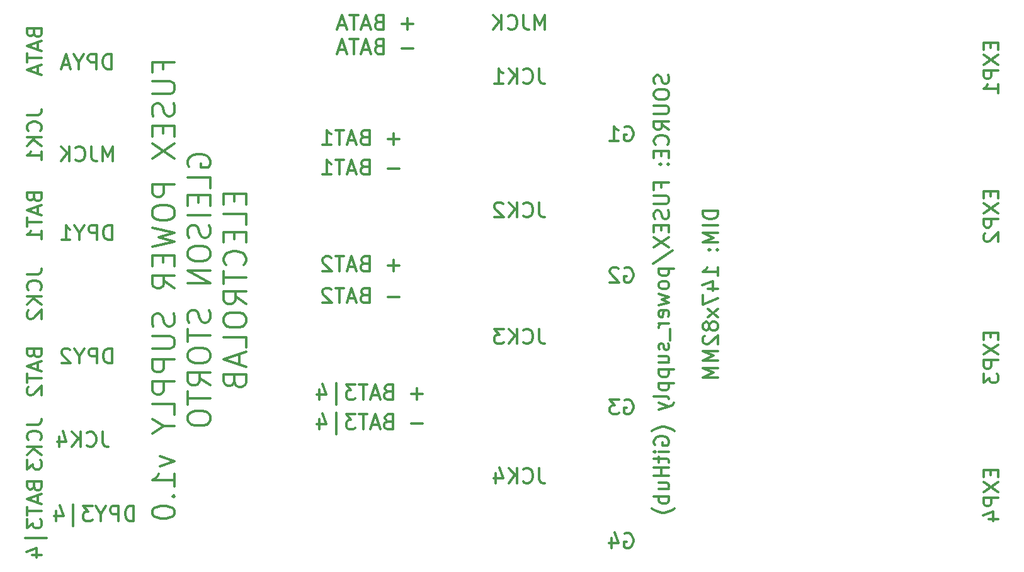
<source format=gbr>
G04 #@! TF.FileFunction,Legend,Bot*
%FSLAX46Y46*%
G04 Gerber Fmt 4.6, Leading zero omitted, Abs format (unit mm)*
G04 Created by KiCad (PCBNEW 4.0.7-e2-6376~58~ubuntu16.04.1) date Wed May  2 00:30:32 2018*
%MOMM*%
%LPD*%
G01*
G04 APERTURE LIST*
%ADD10C,0.100000*%
%ADD11C,0.300000*%
G04 APERTURE END LIST*
D10*
D11*
X158509524Y-60523808D02*
X158604762Y-60809523D01*
X158604762Y-61285713D01*
X158509524Y-61476189D01*
X158414286Y-61571427D01*
X158223810Y-61666666D01*
X158033333Y-61666666D01*
X157842857Y-61571427D01*
X157747619Y-61476189D01*
X157652381Y-61285713D01*
X157557143Y-60904761D01*
X157461905Y-60714285D01*
X157366667Y-60619046D01*
X157176190Y-60523808D01*
X156985714Y-60523808D01*
X156795238Y-60619046D01*
X156700000Y-60714285D01*
X156604762Y-60904761D01*
X156604762Y-61380951D01*
X156700000Y-61666666D01*
X156604762Y-62904761D02*
X156604762Y-63285713D01*
X156700000Y-63476189D01*
X156890476Y-63666666D01*
X157271429Y-63761904D01*
X157938095Y-63761904D01*
X158319048Y-63666666D01*
X158509524Y-63476189D01*
X158604762Y-63285713D01*
X158604762Y-62904761D01*
X158509524Y-62714285D01*
X158319048Y-62523808D01*
X157938095Y-62428570D01*
X157271429Y-62428570D01*
X156890476Y-62523808D01*
X156700000Y-62714285D01*
X156604762Y-62904761D01*
X156604762Y-64619046D02*
X158223810Y-64619046D01*
X158414286Y-64714285D01*
X158509524Y-64809523D01*
X158604762Y-64999999D01*
X158604762Y-65380951D01*
X158509524Y-65571427D01*
X158414286Y-65666666D01*
X158223810Y-65761904D01*
X156604762Y-65761904D01*
X158604762Y-67857142D02*
X157652381Y-67190475D01*
X158604762Y-66714284D02*
X156604762Y-66714284D01*
X156604762Y-67476189D01*
X156700000Y-67666665D01*
X156795238Y-67761904D01*
X156985714Y-67857142D01*
X157271429Y-67857142D01*
X157461905Y-67761904D01*
X157557143Y-67666665D01*
X157652381Y-67476189D01*
X157652381Y-66714284D01*
X158414286Y-69857142D02*
X158509524Y-69761904D01*
X158604762Y-69476189D01*
X158604762Y-69285713D01*
X158509524Y-68999999D01*
X158319048Y-68809523D01*
X158128571Y-68714284D01*
X157747619Y-68619046D01*
X157461905Y-68619046D01*
X157080952Y-68714284D01*
X156890476Y-68809523D01*
X156700000Y-68999999D01*
X156604762Y-69285713D01*
X156604762Y-69476189D01*
X156700000Y-69761904D01*
X156795238Y-69857142D01*
X157557143Y-70714284D02*
X157557143Y-71380951D01*
X158604762Y-71666665D02*
X158604762Y-70714284D01*
X156604762Y-70714284D01*
X156604762Y-71666665D01*
X158414286Y-72523808D02*
X158509524Y-72619047D01*
X158604762Y-72523808D01*
X158509524Y-72428570D01*
X158414286Y-72523808D01*
X158604762Y-72523808D01*
X157366667Y-72523808D02*
X157461905Y-72619047D01*
X157557143Y-72523808D01*
X157461905Y-72428570D01*
X157366667Y-72523808D01*
X157557143Y-72523808D01*
X157557143Y-75666666D02*
X157557143Y-74999999D01*
X158604762Y-74999999D02*
X156604762Y-74999999D01*
X156604762Y-75952380D01*
X156604762Y-76714285D02*
X158223810Y-76714285D01*
X158414286Y-76809524D01*
X158509524Y-76904762D01*
X158604762Y-77095238D01*
X158604762Y-77476190D01*
X158509524Y-77666666D01*
X158414286Y-77761905D01*
X158223810Y-77857143D01*
X156604762Y-77857143D01*
X158509524Y-78714285D02*
X158604762Y-79000000D01*
X158604762Y-79476190D01*
X158509524Y-79666666D01*
X158414286Y-79761904D01*
X158223810Y-79857143D01*
X158033333Y-79857143D01*
X157842857Y-79761904D01*
X157747619Y-79666666D01*
X157652381Y-79476190D01*
X157557143Y-79095238D01*
X157461905Y-78904762D01*
X157366667Y-78809523D01*
X157176190Y-78714285D01*
X156985714Y-78714285D01*
X156795238Y-78809523D01*
X156700000Y-78904762D01*
X156604762Y-79095238D01*
X156604762Y-79571428D01*
X156700000Y-79857143D01*
X157557143Y-80714285D02*
X157557143Y-81380952D01*
X158604762Y-81666666D02*
X158604762Y-80714285D01*
X156604762Y-80714285D01*
X156604762Y-81666666D01*
X156604762Y-82333333D02*
X158604762Y-83666667D01*
X156604762Y-83666667D02*
X158604762Y-82333333D01*
X156509524Y-85857143D02*
X159080952Y-84142857D01*
X157271429Y-86523809D02*
X159271429Y-86523809D01*
X157366667Y-86523809D02*
X157271429Y-86714286D01*
X157271429Y-87095238D01*
X157366667Y-87285714D01*
X157461905Y-87380952D01*
X157652381Y-87476190D01*
X158223810Y-87476190D01*
X158414286Y-87380952D01*
X158509524Y-87285714D01*
X158604762Y-87095238D01*
X158604762Y-86714286D01*
X158509524Y-86523809D01*
X158604762Y-88619048D02*
X158509524Y-88428572D01*
X158414286Y-88333333D01*
X158223810Y-88238095D01*
X157652381Y-88238095D01*
X157461905Y-88333333D01*
X157366667Y-88428572D01*
X157271429Y-88619048D01*
X157271429Y-88904762D01*
X157366667Y-89095238D01*
X157461905Y-89190476D01*
X157652381Y-89285714D01*
X158223810Y-89285714D01*
X158414286Y-89190476D01*
X158509524Y-89095238D01*
X158604762Y-88904762D01*
X158604762Y-88619048D01*
X157271429Y-89952381D02*
X158604762Y-90333334D01*
X157652381Y-90714286D01*
X158604762Y-91095238D01*
X157271429Y-91476191D01*
X158509524Y-93000000D02*
X158604762Y-92809524D01*
X158604762Y-92428572D01*
X158509524Y-92238095D01*
X158319048Y-92142857D01*
X157557143Y-92142857D01*
X157366667Y-92238095D01*
X157271429Y-92428572D01*
X157271429Y-92809524D01*
X157366667Y-93000000D01*
X157557143Y-93095238D01*
X157747619Y-93095238D01*
X157938095Y-92142857D01*
X158604762Y-93952381D02*
X157271429Y-93952381D01*
X157652381Y-93952381D02*
X157461905Y-94047620D01*
X157366667Y-94142858D01*
X157271429Y-94333334D01*
X157271429Y-94523810D01*
X158795238Y-94714286D02*
X158795238Y-96238096D01*
X158509524Y-96619048D02*
X158604762Y-96809525D01*
X158604762Y-97190477D01*
X158509524Y-97380953D01*
X158319048Y-97476191D01*
X158223810Y-97476191D01*
X158033333Y-97380953D01*
X157938095Y-97190477D01*
X157938095Y-96904763D01*
X157842857Y-96714286D01*
X157652381Y-96619048D01*
X157557143Y-96619048D01*
X157366667Y-96714286D01*
X157271429Y-96904763D01*
X157271429Y-97190477D01*
X157366667Y-97380953D01*
X157271429Y-99190477D02*
X158604762Y-99190477D01*
X157271429Y-98333334D02*
X158319048Y-98333334D01*
X158509524Y-98428573D01*
X158604762Y-98619049D01*
X158604762Y-98904763D01*
X158509524Y-99095239D01*
X158414286Y-99190477D01*
X157271429Y-100142858D02*
X159271429Y-100142858D01*
X157366667Y-100142858D02*
X157271429Y-100333335D01*
X157271429Y-100714287D01*
X157366667Y-100904763D01*
X157461905Y-101000001D01*
X157652381Y-101095239D01*
X158223810Y-101095239D01*
X158414286Y-101000001D01*
X158509524Y-100904763D01*
X158604762Y-100714287D01*
X158604762Y-100333335D01*
X158509524Y-100142858D01*
X157271429Y-101952382D02*
X159271429Y-101952382D01*
X157366667Y-101952382D02*
X157271429Y-102142859D01*
X157271429Y-102523811D01*
X157366667Y-102714287D01*
X157461905Y-102809525D01*
X157652381Y-102904763D01*
X158223810Y-102904763D01*
X158414286Y-102809525D01*
X158509524Y-102714287D01*
X158604762Y-102523811D01*
X158604762Y-102142859D01*
X158509524Y-101952382D01*
X158604762Y-104047621D02*
X158509524Y-103857145D01*
X158319048Y-103761906D01*
X156604762Y-103761906D01*
X157271429Y-104619049D02*
X158604762Y-105095240D01*
X157271429Y-105571430D02*
X158604762Y-105095240D01*
X159080952Y-104904764D01*
X159176190Y-104809525D01*
X159271429Y-104619049D01*
X159366667Y-108428574D02*
X159271429Y-108333336D01*
X158985714Y-108142860D01*
X158795238Y-108047622D01*
X158509524Y-107952384D01*
X158033333Y-107857145D01*
X157652381Y-107857145D01*
X157176190Y-107952384D01*
X156890476Y-108047622D01*
X156700000Y-108142860D01*
X156414286Y-108333336D01*
X156319048Y-108428574D01*
X156700000Y-110238098D02*
X156604762Y-110047621D01*
X156604762Y-109761907D01*
X156700000Y-109476193D01*
X156890476Y-109285717D01*
X157080952Y-109190478D01*
X157461905Y-109095240D01*
X157747619Y-109095240D01*
X158128571Y-109190478D01*
X158319048Y-109285717D01*
X158509524Y-109476193D01*
X158604762Y-109761907D01*
X158604762Y-109952383D01*
X158509524Y-110238098D01*
X158414286Y-110333336D01*
X157747619Y-110333336D01*
X157747619Y-109952383D01*
X158604762Y-111190478D02*
X157271429Y-111190478D01*
X156604762Y-111190478D02*
X156700000Y-111095240D01*
X156795238Y-111190478D01*
X156700000Y-111285717D01*
X156604762Y-111190478D01*
X156795238Y-111190478D01*
X157271429Y-111857145D02*
X157271429Y-112619050D01*
X156604762Y-112142859D02*
X158319048Y-112142859D01*
X158509524Y-112238098D01*
X158604762Y-112428574D01*
X158604762Y-112619050D01*
X158604762Y-113285716D02*
X156604762Y-113285716D01*
X157557143Y-113285716D02*
X157557143Y-114428574D01*
X158604762Y-114428574D02*
X156604762Y-114428574D01*
X157271429Y-116238097D02*
X158604762Y-116238097D01*
X157271429Y-115380954D02*
X158319048Y-115380954D01*
X158509524Y-115476193D01*
X158604762Y-115666669D01*
X158604762Y-115952383D01*
X158509524Y-116142859D01*
X158414286Y-116238097D01*
X158604762Y-117190478D02*
X156604762Y-117190478D01*
X157366667Y-117190478D02*
X157271429Y-117380955D01*
X157271429Y-117761907D01*
X157366667Y-117952383D01*
X157461905Y-118047621D01*
X157652381Y-118142859D01*
X158223810Y-118142859D01*
X158414286Y-118047621D01*
X158509524Y-117952383D01*
X158604762Y-117761907D01*
X158604762Y-117380955D01*
X158509524Y-117190478D01*
X159366667Y-118809526D02*
X159271429Y-118904764D01*
X158985714Y-119095241D01*
X158795238Y-119190479D01*
X158509524Y-119285717D01*
X158033333Y-119380955D01*
X157652381Y-119380955D01*
X157176190Y-119285717D01*
X156890476Y-119190479D01*
X156700000Y-119095241D01*
X156414286Y-118904764D01*
X156319048Y-118809526D01*
X165204762Y-78761904D02*
X163204762Y-78761904D01*
X163204762Y-79238095D01*
X163300000Y-79523809D01*
X163490476Y-79714285D01*
X163680952Y-79809524D01*
X164061905Y-79904762D01*
X164347619Y-79904762D01*
X164728571Y-79809524D01*
X164919048Y-79714285D01*
X165109524Y-79523809D01*
X165204762Y-79238095D01*
X165204762Y-78761904D01*
X165204762Y-80761904D02*
X163204762Y-80761904D01*
X165204762Y-81714285D02*
X163204762Y-81714285D01*
X164633333Y-82380952D01*
X163204762Y-83047619D01*
X165204762Y-83047619D01*
X165014286Y-83999999D02*
X165109524Y-84095238D01*
X165204762Y-83999999D01*
X165109524Y-83904761D01*
X165014286Y-83999999D01*
X165204762Y-83999999D01*
X163966667Y-83999999D02*
X164061905Y-84095238D01*
X164157143Y-83999999D01*
X164061905Y-83904761D01*
X163966667Y-83999999D01*
X164157143Y-83999999D01*
X165204762Y-87523810D02*
X165204762Y-86380952D01*
X165204762Y-86952381D02*
X163204762Y-86952381D01*
X163490476Y-86761905D01*
X163680952Y-86571429D01*
X163776190Y-86380952D01*
X163871429Y-89238095D02*
X165204762Y-89238095D01*
X163109524Y-88761905D02*
X164538095Y-88285714D01*
X164538095Y-89523810D01*
X163204762Y-90095238D02*
X163204762Y-91428572D01*
X165204762Y-90571429D01*
X165204762Y-92000000D02*
X163871429Y-93047619D01*
X163871429Y-92000000D02*
X165204762Y-93047619D01*
X164061905Y-94095239D02*
X163966667Y-93904763D01*
X163871429Y-93809524D01*
X163680952Y-93714286D01*
X163585714Y-93714286D01*
X163395238Y-93809524D01*
X163300000Y-93904763D01*
X163204762Y-94095239D01*
X163204762Y-94476191D01*
X163300000Y-94666667D01*
X163395238Y-94761905D01*
X163585714Y-94857144D01*
X163680952Y-94857144D01*
X163871429Y-94761905D01*
X163966667Y-94666667D01*
X164061905Y-94476191D01*
X164061905Y-94095239D01*
X164157143Y-93904763D01*
X164252381Y-93809524D01*
X164442857Y-93714286D01*
X164823810Y-93714286D01*
X165014286Y-93809524D01*
X165109524Y-93904763D01*
X165204762Y-94095239D01*
X165204762Y-94476191D01*
X165109524Y-94666667D01*
X165014286Y-94761905D01*
X164823810Y-94857144D01*
X164442857Y-94857144D01*
X164252381Y-94761905D01*
X164157143Y-94666667D01*
X164061905Y-94476191D01*
X163395238Y-95619048D02*
X163300000Y-95714286D01*
X163204762Y-95904763D01*
X163204762Y-96380953D01*
X163300000Y-96571429D01*
X163395238Y-96666667D01*
X163585714Y-96761906D01*
X163776190Y-96761906D01*
X164061905Y-96666667D01*
X165204762Y-95523810D01*
X165204762Y-96761906D01*
X165204762Y-97619048D02*
X163204762Y-97619048D01*
X164633333Y-98285715D01*
X163204762Y-98952382D01*
X165204762Y-98952382D01*
X165204762Y-99904762D02*
X163204762Y-99904762D01*
X164633333Y-100571429D01*
X163204762Y-101238096D01*
X165204762Y-101238096D01*
X141166667Y-113404762D02*
X141166667Y-114833333D01*
X141261905Y-115119048D01*
X141452381Y-115309524D01*
X141738096Y-115404762D01*
X141928572Y-115404762D01*
X139071428Y-115214286D02*
X139166666Y-115309524D01*
X139452381Y-115404762D01*
X139642857Y-115404762D01*
X139928571Y-115309524D01*
X140119047Y-115119048D01*
X140214286Y-114928571D01*
X140309524Y-114547619D01*
X140309524Y-114261905D01*
X140214286Y-113880952D01*
X140119047Y-113690476D01*
X139928571Y-113500000D01*
X139642857Y-113404762D01*
X139452381Y-113404762D01*
X139166666Y-113500000D01*
X139071428Y-113595238D01*
X138214286Y-115404762D02*
X138214286Y-113404762D01*
X137071428Y-115404762D02*
X137928571Y-114261905D01*
X137071428Y-113404762D02*
X138214286Y-114547619D01*
X135357143Y-114071429D02*
X135357143Y-115404762D01*
X135833333Y-113309524D02*
X136309524Y-114738095D01*
X135071428Y-114738095D01*
X141166667Y-94654762D02*
X141166667Y-96083333D01*
X141261905Y-96369048D01*
X141452381Y-96559524D01*
X141738096Y-96654762D01*
X141928572Y-96654762D01*
X139071428Y-96464286D02*
X139166666Y-96559524D01*
X139452381Y-96654762D01*
X139642857Y-96654762D01*
X139928571Y-96559524D01*
X140119047Y-96369048D01*
X140214286Y-96178571D01*
X140309524Y-95797619D01*
X140309524Y-95511905D01*
X140214286Y-95130952D01*
X140119047Y-94940476D01*
X139928571Y-94750000D01*
X139642857Y-94654762D01*
X139452381Y-94654762D01*
X139166666Y-94750000D01*
X139071428Y-94845238D01*
X138214286Y-96654762D02*
X138214286Y-94654762D01*
X137071428Y-96654762D02*
X137928571Y-95511905D01*
X137071428Y-94654762D02*
X138214286Y-95797619D01*
X136404762Y-94654762D02*
X135166666Y-94654762D01*
X135833333Y-95416667D01*
X135547619Y-95416667D01*
X135357143Y-95511905D01*
X135261905Y-95607143D01*
X135166666Y-95797619D01*
X135166666Y-96273810D01*
X135261905Y-96464286D01*
X135357143Y-96559524D01*
X135547619Y-96654762D01*
X136119047Y-96654762D01*
X136309524Y-96559524D01*
X136404762Y-96464286D01*
X141166667Y-77654762D02*
X141166667Y-79083333D01*
X141261905Y-79369048D01*
X141452381Y-79559524D01*
X141738096Y-79654762D01*
X141928572Y-79654762D01*
X139071428Y-79464286D02*
X139166666Y-79559524D01*
X139452381Y-79654762D01*
X139642857Y-79654762D01*
X139928571Y-79559524D01*
X140119047Y-79369048D01*
X140214286Y-79178571D01*
X140309524Y-78797619D01*
X140309524Y-78511905D01*
X140214286Y-78130952D01*
X140119047Y-77940476D01*
X139928571Y-77750000D01*
X139642857Y-77654762D01*
X139452381Y-77654762D01*
X139166666Y-77750000D01*
X139071428Y-77845238D01*
X138214286Y-79654762D02*
X138214286Y-77654762D01*
X137071428Y-79654762D02*
X137928571Y-78511905D01*
X137071428Y-77654762D02*
X138214286Y-78797619D01*
X136309524Y-77845238D02*
X136214286Y-77750000D01*
X136023809Y-77654762D01*
X135547619Y-77654762D01*
X135357143Y-77750000D01*
X135261905Y-77845238D01*
X135166666Y-78035714D01*
X135166666Y-78226190D01*
X135261905Y-78511905D01*
X136404762Y-79654762D01*
X135166666Y-79654762D01*
X141166667Y-59654762D02*
X141166667Y-61083333D01*
X141261905Y-61369048D01*
X141452381Y-61559524D01*
X141738096Y-61654762D01*
X141928572Y-61654762D01*
X139071428Y-61464286D02*
X139166666Y-61559524D01*
X139452381Y-61654762D01*
X139642857Y-61654762D01*
X139928571Y-61559524D01*
X140119047Y-61369048D01*
X140214286Y-61178571D01*
X140309524Y-60797619D01*
X140309524Y-60511905D01*
X140214286Y-60130952D01*
X140119047Y-59940476D01*
X139928571Y-59750000D01*
X139642857Y-59654762D01*
X139452381Y-59654762D01*
X139166666Y-59750000D01*
X139071428Y-59845238D01*
X138214286Y-61654762D02*
X138214286Y-59654762D01*
X137071428Y-61654762D02*
X137928571Y-60511905D01*
X137071428Y-59654762D02*
X138214286Y-60797619D01*
X135166666Y-61654762D02*
X136309524Y-61654762D01*
X135738095Y-61654762D02*
X135738095Y-59654762D01*
X135928571Y-59940476D01*
X136119047Y-60130952D01*
X136309524Y-60226190D01*
X141928572Y-54404762D02*
X141928572Y-52404762D01*
X141261905Y-53833333D01*
X140595238Y-52404762D01*
X140595238Y-54404762D01*
X139071429Y-52404762D02*
X139071429Y-53833333D01*
X139166667Y-54119048D01*
X139357143Y-54309524D01*
X139642858Y-54404762D01*
X139833334Y-54404762D01*
X136976190Y-54214286D02*
X137071428Y-54309524D01*
X137357143Y-54404762D01*
X137547619Y-54404762D01*
X137833333Y-54309524D01*
X138023809Y-54119048D01*
X138119048Y-53928571D01*
X138214286Y-53547619D01*
X138214286Y-53261905D01*
X138119048Y-52880952D01*
X138023809Y-52690476D01*
X137833333Y-52500000D01*
X137547619Y-52404762D01*
X137357143Y-52404762D01*
X137071428Y-52500000D01*
X136976190Y-52595238D01*
X136119048Y-54404762D02*
X136119048Y-52404762D01*
X134976190Y-54404762D02*
X135833333Y-53261905D01*
X134976190Y-52404762D02*
X136119048Y-53547619D01*
X152678571Y-122250000D02*
X152869048Y-122154762D01*
X153154762Y-122154762D01*
X153440476Y-122250000D01*
X153630952Y-122440476D01*
X153726191Y-122630952D01*
X153821429Y-123011905D01*
X153821429Y-123297619D01*
X153726191Y-123678571D01*
X153630952Y-123869048D01*
X153440476Y-124059524D01*
X153154762Y-124154762D01*
X152964286Y-124154762D01*
X152678571Y-124059524D01*
X152583333Y-123964286D01*
X152583333Y-123297619D01*
X152964286Y-123297619D01*
X150869048Y-122821429D02*
X150869048Y-124154762D01*
X151345238Y-122059524D02*
X151821429Y-123488095D01*
X150583333Y-123488095D01*
X152678571Y-104250000D02*
X152869048Y-104154762D01*
X153154762Y-104154762D01*
X153440476Y-104250000D01*
X153630952Y-104440476D01*
X153726191Y-104630952D01*
X153821429Y-105011905D01*
X153821429Y-105297619D01*
X153726191Y-105678571D01*
X153630952Y-105869048D01*
X153440476Y-106059524D01*
X153154762Y-106154762D01*
X152964286Y-106154762D01*
X152678571Y-106059524D01*
X152583333Y-105964286D01*
X152583333Y-105297619D01*
X152964286Y-105297619D01*
X151916667Y-104154762D02*
X150678571Y-104154762D01*
X151345238Y-104916667D01*
X151059524Y-104916667D01*
X150869048Y-105011905D01*
X150773810Y-105107143D01*
X150678571Y-105297619D01*
X150678571Y-105773810D01*
X150773810Y-105964286D01*
X150869048Y-106059524D01*
X151059524Y-106154762D01*
X151630952Y-106154762D01*
X151821429Y-106059524D01*
X151916667Y-105964286D01*
X152678571Y-86500000D02*
X152869048Y-86404762D01*
X153154762Y-86404762D01*
X153440476Y-86500000D01*
X153630952Y-86690476D01*
X153726191Y-86880952D01*
X153821429Y-87261905D01*
X153821429Y-87547619D01*
X153726191Y-87928571D01*
X153630952Y-88119048D01*
X153440476Y-88309524D01*
X153154762Y-88404762D01*
X152964286Y-88404762D01*
X152678571Y-88309524D01*
X152583333Y-88214286D01*
X152583333Y-87547619D01*
X152964286Y-87547619D01*
X151821429Y-86595238D02*
X151726191Y-86500000D01*
X151535714Y-86404762D01*
X151059524Y-86404762D01*
X150869048Y-86500000D01*
X150773810Y-86595238D01*
X150678571Y-86785714D01*
X150678571Y-86976190D01*
X150773810Y-87261905D01*
X151916667Y-88404762D01*
X150678571Y-88404762D01*
X152678571Y-67500000D02*
X152869048Y-67404762D01*
X153154762Y-67404762D01*
X153440476Y-67500000D01*
X153630952Y-67690476D01*
X153726191Y-67880952D01*
X153821429Y-68261905D01*
X153821429Y-68547619D01*
X153726191Y-68928571D01*
X153630952Y-69119048D01*
X153440476Y-69309524D01*
X153154762Y-69404762D01*
X152964286Y-69404762D01*
X152678571Y-69309524D01*
X152583333Y-69214286D01*
X152583333Y-68547619D01*
X152964286Y-68547619D01*
X150678571Y-69404762D02*
X151821429Y-69404762D01*
X151250000Y-69404762D02*
X151250000Y-67404762D01*
X151440476Y-67690476D01*
X151630952Y-67880952D01*
X151821429Y-67976190D01*
X124250001Y-56892857D02*
X122726191Y-56892857D01*
X119583334Y-56607143D02*
X119297620Y-56702381D01*
X119202381Y-56797619D01*
X119107143Y-56988095D01*
X119107143Y-57273810D01*
X119202381Y-57464286D01*
X119297620Y-57559524D01*
X119488096Y-57654762D01*
X120250001Y-57654762D01*
X120250001Y-55654762D01*
X119583334Y-55654762D01*
X119392858Y-55750000D01*
X119297620Y-55845238D01*
X119202381Y-56035714D01*
X119202381Y-56226190D01*
X119297620Y-56416667D01*
X119392858Y-56511905D01*
X119583334Y-56607143D01*
X120250001Y-56607143D01*
X118345239Y-57083333D02*
X117392858Y-57083333D01*
X118535715Y-57654762D02*
X117869048Y-55654762D01*
X117202381Y-57654762D01*
X116821429Y-55654762D02*
X115678572Y-55654762D01*
X116250000Y-57654762D02*
X116250000Y-55654762D01*
X115107143Y-57083333D02*
X114154762Y-57083333D01*
X115297619Y-57654762D02*
X114630952Y-55654762D01*
X113964285Y-57654762D01*
X124250001Y-53642857D02*
X122726191Y-53642857D01*
X123488096Y-54404762D02*
X123488096Y-52880952D01*
X119583334Y-53357143D02*
X119297620Y-53452381D01*
X119202381Y-53547619D01*
X119107143Y-53738095D01*
X119107143Y-54023810D01*
X119202381Y-54214286D01*
X119297620Y-54309524D01*
X119488096Y-54404762D01*
X120250001Y-54404762D01*
X120250001Y-52404762D01*
X119583334Y-52404762D01*
X119392858Y-52500000D01*
X119297620Y-52595238D01*
X119202381Y-52785714D01*
X119202381Y-52976190D01*
X119297620Y-53166667D01*
X119392858Y-53261905D01*
X119583334Y-53357143D01*
X120250001Y-53357143D01*
X118345239Y-53833333D02*
X117392858Y-53833333D01*
X118535715Y-54404762D02*
X117869048Y-52404762D01*
X117202381Y-54404762D01*
X116821429Y-52404762D02*
X115678572Y-52404762D01*
X116250000Y-54404762D02*
X116250000Y-52404762D01*
X115107143Y-53833333D02*
X114154762Y-53833333D01*
X115297619Y-54404762D02*
X114630952Y-52404762D01*
X113964285Y-54404762D01*
X122345239Y-73142857D02*
X120821429Y-73142857D01*
X117678572Y-72857143D02*
X117392858Y-72952381D01*
X117297619Y-73047619D01*
X117202381Y-73238095D01*
X117202381Y-73523810D01*
X117297619Y-73714286D01*
X117392858Y-73809524D01*
X117583334Y-73904762D01*
X118345239Y-73904762D01*
X118345239Y-71904762D01*
X117678572Y-71904762D01*
X117488096Y-72000000D01*
X117392858Y-72095238D01*
X117297619Y-72285714D01*
X117297619Y-72476190D01*
X117392858Y-72666667D01*
X117488096Y-72761905D01*
X117678572Y-72857143D01*
X118345239Y-72857143D01*
X116440477Y-73333333D02*
X115488096Y-73333333D01*
X116630953Y-73904762D02*
X115964286Y-71904762D01*
X115297619Y-73904762D01*
X114916667Y-71904762D02*
X113773810Y-71904762D01*
X114345238Y-73904762D02*
X114345238Y-71904762D01*
X112059523Y-73904762D02*
X113202381Y-73904762D01*
X112630952Y-73904762D02*
X112630952Y-71904762D01*
X112821428Y-72190476D01*
X113011904Y-72380952D01*
X113202381Y-72476190D01*
X122345239Y-69142857D02*
X120821429Y-69142857D01*
X121583334Y-69904762D02*
X121583334Y-68380952D01*
X117678572Y-68857143D02*
X117392858Y-68952381D01*
X117297619Y-69047619D01*
X117202381Y-69238095D01*
X117202381Y-69523810D01*
X117297619Y-69714286D01*
X117392858Y-69809524D01*
X117583334Y-69904762D01*
X118345239Y-69904762D01*
X118345239Y-67904762D01*
X117678572Y-67904762D01*
X117488096Y-68000000D01*
X117392858Y-68095238D01*
X117297619Y-68285714D01*
X117297619Y-68476190D01*
X117392858Y-68666667D01*
X117488096Y-68761905D01*
X117678572Y-68857143D01*
X118345239Y-68857143D01*
X116440477Y-69333333D02*
X115488096Y-69333333D01*
X116630953Y-69904762D02*
X115964286Y-67904762D01*
X115297619Y-69904762D01*
X114916667Y-67904762D02*
X113773810Y-67904762D01*
X114345238Y-69904762D02*
X114345238Y-67904762D01*
X112059523Y-69904762D02*
X113202381Y-69904762D01*
X112630952Y-69904762D02*
X112630952Y-67904762D01*
X112821428Y-68190476D01*
X113011904Y-68380952D01*
X113202381Y-68476190D01*
X122345239Y-90392857D02*
X120821429Y-90392857D01*
X117678572Y-90107143D02*
X117392858Y-90202381D01*
X117297619Y-90297619D01*
X117202381Y-90488095D01*
X117202381Y-90773810D01*
X117297619Y-90964286D01*
X117392858Y-91059524D01*
X117583334Y-91154762D01*
X118345239Y-91154762D01*
X118345239Y-89154762D01*
X117678572Y-89154762D01*
X117488096Y-89250000D01*
X117392858Y-89345238D01*
X117297619Y-89535714D01*
X117297619Y-89726190D01*
X117392858Y-89916667D01*
X117488096Y-90011905D01*
X117678572Y-90107143D01*
X118345239Y-90107143D01*
X116440477Y-90583333D02*
X115488096Y-90583333D01*
X116630953Y-91154762D02*
X115964286Y-89154762D01*
X115297619Y-91154762D01*
X114916667Y-89154762D02*
X113773810Y-89154762D01*
X114345238Y-91154762D02*
X114345238Y-89154762D01*
X113202381Y-89345238D02*
X113107143Y-89250000D01*
X112916666Y-89154762D01*
X112440476Y-89154762D01*
X112250000Y-89250000D01*
X112154762Y-89345238D01*
X112059523Y-89535714D01*
X112059523Y-89726190D01*
X112154762Y-90011905D01*
X113297619Y-91154762D01*
X112059523Y-91154762D01*
X122345239Y-86142857D02*
X120821429Y-86142857D01*
X121583334Y-86904762D02*
X121583334Y-85380952D01*
X117678572Y-85857143D02*
X117392858Y-85952381D01*
X117297619Y-86047619D01*
X117202381Y-86238095D01*
X117202381Y-86523810D01*
X117297619Y-86714286D01*
X117392858Y-86809524D01*
X117583334Y-86904762D01*
X118345239Y-86904762D01*
X118345239Y-84904762D01*
X117678572Y-84904762D01*
X117488096Y-85000000D01*
X117392858Y-85095238D01*
X117297619Y-85285714D01*
X117297619Y-85476190D01*
X117392858Y-85666667D01*
X117488096Y-85761905D01*
X117678572Y-85857143D01*
X118345239Y-85857143D01*
X116440477Y-86333333D02*
X115488096Y-86333333D01*
X116630953Y-86904762D02*
X115964286Y-84904762D01*
X115297619Y-86904762D01*
X114916667Y-84904762D02*
X113773810Y-84904762D01*
X114345238Y-86904762D02*
X114345238Y-84904762D01*
X113202381Y-85095238D02*
X113107143Y-85000000D01*
X112916666Y-84904762D01*
X112440476Y-84904762D01*
X112250000Y-85000000D01*
X112154762Y-85095238D01*
X112059523Y-85285714D01*
X112059523Y-85476190D01*
X112154762Y-85761905D01*
X113297619Y-86904762D01*
X112059523Y-86904762D01*
X125500001Y-107392857D02*
X123976191Y-107392857D01*
X120833334Y-107107143D02*
X120547620Y-107202381D01*
X120452381Y-107297619D01*
X120357143Y-107488095D01*
X120357143Y-107773810D01*
X120452381Y-107964286D01*
X120547620Y-108059524D01*
X120738096Y-108154762D01*
X121500001Y-108154762D01*
X121500001Y-106154762D01*
X120833334Y-106154762D01*
X120642858Y-106250000D01*
X120547620Y-106345238D01*
X120452381Y-106535714D01*
X120452381Y-106726190D01*
X120547620Y-106916667D01*
X120642858Y-107011905D01*
X120833334Y-107107143D01*
X121500001Y-107107143D01*
X119595239Y-107583333D02*
X118642858Y-107583333D01*
X119785715Y-108154762D02*
X119119048Y-106154762D01*
X118452381Y-108154762D01*
X118071429Y-106154762D02*
X116928572Y-106154762D01*
X117500000Y-108154762D02*
X117500000Y-106154762D01*
X116452381Y-106154762D02*
X115214285Y-106154762D01*
X115880952Y-106916667D01*
X115595238Y-106916667D01*
X115404762Y-107011905D01*
X115309524Y-107107143D01*
X115214285Y-107297619D01*
X115214285Y-107773810D01*
X115309524Y-107964286D01*
X115404762Y-108059524D01*
X115595238Y-108154762D01*
X116166666Y-108154762D01*
X116357143Y-108059524D01*
X116452381Y-107964286D01*
X113880952Y-108821429D02*
X113880952Y-105964286D01*
X111595238Y-106821429D02*
X111595238Y-108154762D01*
X112071428Y-106059524D02*
X112547619Y-107488095D01*
X111309523Y-107488095D01*
X125500001Y-103392857D02*
X123976191Y-103392857D01*
X124738096Y-104154762D02*
X124738096Y-102630952D01*
X120833334Y-103107143D02*
X120547620Y-103202381D01*
X120452381Y-103297619D01*
X120357143Y-103488095D01*
X120357143Y-103773810D01*
X120452381Y-103964286D01*
X120547620Y-104059524D01*
X120738096Y-104154762D01*
X121500001Y-104154762D01*
X121500001Y-102154762D01*
X120833334Y-102154762D01*
X120642858Y-102250000D01*
X120547620Y-102345238D01*
X120452381Y-102535714D01*
X120452381Y-102726190D01*
X120547620Y-102916667D01*
X120642858Y-103011905D01*
X120833334Y-103107143D01*
X121500001Y-103107143D01*
X119595239Y-103583333D02*
X118642858Y-103583333D01*
X119785715Y-104154762D02*
X119119048Y-102154762D01*
X118452381Y-104154762D01*
X118071429Y-102154762D02*
X116928572Y-102154762D01*
X117500000Y-104154762D02*
X117500000Y-102154762D01*
X116452381Y-102154762D02*
X115214285Y-102154762D01*
X115880952Y-102916667D01*
X115595238Y-102916667D01*
X115404762Y-103011905D01*
X115309524Y-103107143D01*
X115214285Y-103297619D01*
X115214285Y-103773810D01*
X115309524Y-103964286D01*
X115404762Y-104059524D01*
X115595238Y-104154762D01*
X116166666Y-104154762D01*
X116357143Y-104059524D01*
X116452381Y-103964286D01*
X113880952Y-104821429D02*
X113880952Y-101964286D01*
X111595238Y-102821429D02*
X111595238Y-104154762D01*
X112071428Y-102059524D02*
X112547619Y-103488095D01*
X111309523Y-103488095D01*
X90585714Y-59757144D02*
X90585714Y-58757144D01*
X92157143Y-58757144D02*
X89157143Y-58757144D01*
X89157143Y-60185715D01*
X89157143Y-61328573D02*
X91585714Y-61328573D01*
X91871429Y-61471430D01*
X92014286Y-61614287D01*
X92157143Y-61900001D01*
X92157143Y-62471430D01*
X92014286Y-62757144D01*
X91871429Y-62900001D01*
X91585714Y-63042858D01*
X89157143Y-63042858D01*
X92014286Y-64328573D02*
X92157143Y-64757144D01*
X92157143Y-65471430D01*
X92014286Y-65757144D01*
X91871429Y-65900001D01*
X91585714Y-66042858D01*
X91300000Y-66042858D01*
X91014286Y-65900001D01*
X90871429Y-65757144D01*
X90728571Y-65471430D01*
X90585714Y-64900001D01*
X90442857Y-64614287D01*
X90300000Y-64471430D01*
X90014286Y-64328573D01*
X89728571Y-64328573D01*
X89442857Y-64471430D01*
X89300000Y-64614287D01*
X89157143Y-64900001D01*
X89157143Y-65614287D01*
X89300000Y-66042858D01*
X90585714Y-67328573D02*
X90585714Y-68328573D01*
X92157143Y-68757144D02*
X92157143Y-67328573D01*
X89157143Y-67328573D01*
X89157143Y-68757144D01*
X89157143Y-69757144D02*
X92157143Y-71757144D01*
X89157143Y-71757144D02*
X92157143Y-69757144D01*
X92157143Y-75185716D02*
X89157143Y-75185716D01*
X89157143Y-76328573D01*
X89300000Y-76614287D01*
X89442857Y-76757144D01*
X89728571Y-76900001D01*
X90157143Y-76900001D01*
X90442857Y-76757144D01*
X90585714Y-76614287D01*
X90728571Y-76328573D01*
X90728571Y-75185716D01*
X89157143Y-78757144D02*
X89157143Y-79328573D01*
X89300000Y-79614287D01*
X89585714Y-79900001D01*
X90157143Y-80042859D01*
X91157143Y-80042859D01*
X91728571Y-79900001D01*
X92014286Y-79614287D01*
X92157143Y-79328573D01*
X92157143Y-78757144D01*
X92014286Y-78471430D01*
X91728571Y-78185716D01*
X91157143Y-78042859D01*
X90157143Y-78042859D01*
X89585714Y-78185716D01*
X89300000Y-78471430D01*
X89157143Y-78757144D01*
X89157143Y-81042858D02*
X92157143Y-81757144D01*
X90014286Y-82328573D01*
X92157143Y-82900001D01*
X89157143Y-83614287D01*
X90585714Y-84757144D02*
X90585714Y-85757144D01*
X92157143Y-86185715D02*
X92157143Y-84757144D01*
X89157143Y-84757144D01*
X89157143Y-86185715D01*
X92157143Y-89185715D02*
X90728571Y-88185715D01*
X92157143Y-87471430D02*
X89157143Y-87471430D01*
X89157143Y-88614287D01*
X89300000Y-88900001D01*
X89442857Y-89042858D01*
X89728571Y-89185715D01*
X90157143Y-89185715D01*
X90442857Y-89042858D01*
X90585714Y-88900001D01*
X90728571Y-88614287D01*
X90728571Y-87471430D01*
X92014286Y-92614287D02*
X92157143Y-93042858D01*
X92157143Y-93757144D01*
X92014286Y-94042858D01*
X91871429Y-94185715D01*
X91585714Y-94328572D01*
X91300000Y-94328572D01*
X91014286Y-94185715D01*
X90871429Y-94042858D01*
X90728571Y-93757144D01*
X90585714Y-93185715D01*
X90442857Y-92900001D01*
X90300000Y-92757144D01*
X90014286Y-92614287D01*
X89728571Y-92614287D01*
X89442857Y-92757144D01*
X89300000Y-92900001D01*
X89157143Y-93185715D01*
X89157143Y-93900001D01*
X89300000Y-94328572D01*
X89157143Y-95614287D02*
X91585714Y-95614287D01*
X91871429Y-95757144D01*
X92014286Y-95900001D01*
X92157143Y-96185715D01*
X92157143Y-96757144D01*
X92014286Y-97042858D01*
X91871429Y-97185715D01*
X91585714Y-97328572D01*
X89157143Y-97328572D01*
X92157143Y-98757144D02*
X89157143Y-98757144D01*
X89157143Y-99900001D01*
X89300000Y-100185715D01*
X89442857Y-100328572D01*
X89728571Y-100471429D01*
X90157143Y-100471429D01*
X90442857Y-100328572D01*
X90585714Y-100185715D01*
X90728571Y-99900001D01*
X90728571Y-98757144D01*
X92157143Y-101757144D02*
X89157143Y-101757144D01*
X89157143Y-102900001D01*
X89300000Y-103185715D01*
X89442857Y-103328572D01*
X89728571Y-103471429D01*
X90157143Y-103471429D01*
X90442857Y-103328572D01*
X90585714Y-103185715D01*
X90728571Y-102900001D01*
X90728571Y-101757144D01*
X92157143Y-106185715D02*
X92157143Y-104757144D01*
X89157143Y-104757144D01*
X90728571Y-107757143D02*
X92157143Y-107757143D01*
X89157143Y-106757143D02*
X90728571Y-107757143D01*
X89157143Y-108757143D01*
X90157143Y-111757143D02*
X92157143Y-112471429D01*
X90157143Y-113185715D01*
X92157143Y-115900000D02*
X92157143Y-114185715D01*
X92157143Y-115042857D02*
X89157143Y-115042857D01*
X89585714Y-114757143D01*
X89871429Y-114471429D01*
X90014286Y-114185715D01*
X91871429Y-117185715D02*
X92014286Y-117328572D01*
X92157143Y-117185715D01*
X92014286Y-117042858D01*
X91871429Y-117185715D01*
X92157143Y-117185715D01*
X89157143Y-119185714D02*
X89157143Y-119471429D01*
X89300000Y-119757143D01*
X89442857Y-119900000D01*
X89728571Y-120042857D01*
X90300000Y-120185714D01*
X91014286Y-120185714D01*
X91585714Y-120042857D01*
X91871429Y-119900000D01*
X92014286Y-119757143D01*
X92157143Y-119471429D01*
X92157143Y-119185714D01*
X92014286Y-118900000D01*
X91871429Y-118757143D01*
X91585714Y-118614286D01*
X91014286Y-118471429D01*
X90300000Y-118471429D01*
X89728571Y-118614286D01*
X89442857Y-118757143D01*
X89300000Y-118900000D01*
X89157143Y-119185714D01*
X94100000Y-72828572D02*
X93957143Y-72542858D01*
X93957143Y-72114287D01*
X94100000Y-71685715D01*
X94385714Y-71400001D01*
X94671429Y-71257144D01*
X95242857Y-71114287D01*
X95671429Y-71114287D01*
X96242857Y-71257144D01*
X96528571Y-71400001D01*
X96814286Y-71685715D01*
X96957143Y-72114287D01*
X96957143Y-72400001D01*
X96814286Y-72828572D01*
X96671429Y-72971429D01*
X95671429Y-72971429D01*
X95671429Y-72400001D01*
X96957143Y-75685715D02*
X96957143Y-74257144D01*
X93957143Y-74257144D01*
X95385714Y-76685715D02*
X95385714Y-77685715D01*
X96957143Y-78114286D02*
X96957143Y-76685715D01*
X93957143Y-76685715D01*
X93957143Y-78114286D01*
X96957143Y-79400001D02*
X93957143Y-79400001D01*
X96814286Y-80685715D02*
X96957143Y-81114286D01*
X96957143Y-81828572D01*
X96814286Y-82114286D01*
X96671429Y-82257143D01*
X96385714Y-82400000D01*
X96100000Y-82400000D01*
X95814286Y-82257143D01*
X95671429Y-82114286D01*
X95528571Y-81828572D01*
X95385714Y-81257143D01*
X95242857Y-80971429D01*
X95100000Y-80828572D01*
X94814286Y-80685715D01*
X94528571Y-80685715D01*
X94242857Y-80828572D01*
X94100000Y-80971429D01*
X93957143Y-81257143D01*
X93957143Y-81971429D01*
X94100000Y-82400000D01*
X93957143Y-84257143D02*
X93957143Y-84828572D01*
X94100000Y-85114286D01*
X94385714Y-85400000D01*
X94957143Y-85542858D01*
X95957143Y-85542858D01*
X96528571Y-85400000D01*
X96814286Y-85114286D01*
X96957143Y-84828572D01*
X96957143Y-84257143D01*
X96814286Y-83971429D01*
X96528571Y-83685715D01*
X95957143Y-83542858D01*
X94957143Y-83542858D01*
X94385714Y-83685715D01*
X94100000Y-83971429D01*
X93957143Y-84257143D01*
X96957143Y-86828572D02*
X93957143Y-86828572D01*
X96957143Y-88542857D01*
X93957143Y-88542857D01*
X96814286Y-92114286D02*
X96957143Y-92542857D01*
X96957143Y-93257143D01*
X96814286Y-93542857D01*
X96671429Y-93685714D01*
X96385714Y-93828571D01*
X96100000Y-93828571D01*
X95814286Y-93685714D01*
X95671429Y-93542857D01*
X95528571Y-93257143D01*
X95385714Y-92685714D01*
X95242857Y-92400000D01*
X95100000Y-92257143D01*
X94814286Y-92114286D01*
X94528571Y-92114286D01*
X94242857Y-92257143D01*
X94100000Y-92400000D01*
X93957143Y-92685714D01*
X93957143Y-93400000D01*
X94100000Y-93828571D01*
X93957143Y-94685714D02*
X93957143Y-96400000D01*
X96957143Y-95542857D02*
X93957143Y-95542857D01*
X93957143Y-97971428D02*
X93957143Y-98542857D01*
X94100000Y-98828571D01*
X94385714Y-99114285D01*
X94957143Y-99257143D01*
X95957143Y-99257143D01*
X96528571Y-99114285D01*
X96814286Y-98828571D01*
X96957143Y-98542857D01*
X96957143Y-97971428D01*
X96814286Y-97685714D01*
X96528571Y-97400000D01*
X95957143Y-97257143D01*
X94957143Y-97257143D01*
X94385714Y-97400000D01*
X94100000Y-97685714D01*
X93957143Y-97971428D01*
X96957143Y-102257142D02*
X95528571Y-101257142D01*
X96957143Y-100542857D02*
X93957143Y-100542857D01*
X93957143Y-101685714D01*
X94100000Y-101971428D01*
X94242857Y-102114285D01*
X94528571Y-102257142D01*
X94957143Y-102257142D01*
X95242857Y-102114285D01*
X95385714Y-101971428D01*
X95528571Y-101685714D01*
X95528571Y-100542857D01*
X93957143Y-103114285D02*
X93957143Y-104828571D01*
X96957143Y-103971428D02*
X93957143Y-103971428D01*
X93957143Y-106399999D02*
X93957143Y-106971428D01*
X94100000Y-107257142D01*
X94385714Y-107542856D01*
X94957143Y-107685714D01*
X95957143Y-107685714D01*
X96528571Y-107542856D01*
X96814286Y-107257142D01*
X96957143Y-106971428D01*
X96957143Y-106399999D01*
X96814286Y-106114285D01*
X96528571Y-105828571D01*
X95957143Y-105685714D01*
X94957143Y-105685714D01*
X94385714Y-105828571D01*
X94100000Y-106114285D01*
X93957143Y-106399999D01*
X100185714Y-76471429D02*
X100185714Y-77471429D01*
X101757143Y-77900000D02*
X101757143Y-76471429D01*
X98757143Y-76471429D01*
X98757143Y-77900000D01*
X101757143Y-80614286D02*
X101757143Y-79185715D01*
X98757143Y-79185715D01*
X100185714Y-81614286D02*
X100185714Y-82614286D01*
X101757143Y-83042857D02*
X101757143Y-81614286D01*
X98757143Y-81614286D01*
X98757143Y-83042857D01*
X101471429Y-86042857D02*
X101614286Y-85900000D01*
X101757143Y-85471429D01*
X101757143Y-85185715D01*
X101614286Y-84757143D01*
X101328571Y-84471429D01*
X101042857Y-84328572D01*
X100471429Y-84185715D01*
X100042857Y-84185715D01*
X99471429Y-84328572D01*
X99185714Y-84471429D01*
X98900000Y-84757143D01*
X98757143Y-85185715D01*
X98757143Y-85471429D01*
X98900000Y-85900000D01*
X99042857Y-86042857D01*
X98757143Y-86900000D02*
X98757143Y-88614286D01*
X101757143Y-87757143D02*
X98757143Y-87757143D01*
X101757143Y-91328571D02*
X100328571Y-90328571D01*
X101757143Y-89614286D02*
X98757143Y-89614286D01*
X98757143Y-90757143D01*
X98900000Y-91042857D01*
X99042857Y-91185714D01*
X99328571Y-91328571D01*
X99757143Y-91328571D01*
X100042857Y-91185714D01*
X100185714Y-91042857D01*
X100328571Y-90757143D01*
X100328571Y-89614286D01*
X98757143Y-93185714D02*
X98757143Y-93757143D01*
X98900000Y-94042857D01*
X99185714Y-94328571D01*
X99757143Y-94471429D01*
X100757143Y-94471429D01*
X101328571Y-94328571D01*
X101614286Y-94042857D01*
X101757143Y-93757143D01*
X101757143Y-93185714D01*
X101614286Y-92900000D01*
X101328571Y-92614286D01*
X100757143Y-92471429D01*
X99757143Y-92471429D01*
X99185714Y-92614286D01*
X98900000Y-92900000D01*
X98757143Y-93185714D01*
X101757143Y-97185714D02*
X101757143Y-95757143D01*
X98757143Y-95757143D01*
X100900000Y-98042857D02*
X100900000Y-99471428D01*
X101757143Y-97757142D02*
X98757143Y-98757142D01*
X101757143Y-99757142D01*
X100185714Y-101757143D02*
X100328571Y-102185714D01*
X100471429Y-102328571D01*
X100757143Y-102471428D01*
X101185714Y-102471428D01*
X101471429Y-102328571D01*
X101614286Y-102185714D01*
X101757143Y-101900000D01*
X101757143Y-100757143D01*
X98757143Y-100757143D01*
X98757143Y-101757143D01*
X98900000Y-102042857D01*
X99042857Y-102185714D01*
X99328571Y-102328571D01*
X99614286Y-102328571D01*
X99900000Y-102185714D01*
X100042857Y-102042857D01*
X100185714Y-101757143D01*
X100185714Y-100757143D01*
X83638096Y-59704762D02*
X83638096Y-57704762D01*
X83161905Y-57704762D01*
X82876191Y-57800000D01*
X82685715Y-57990476D01*
X82590476Y-58180952D01*
X82495238Y-58561905D01*
X82495238Y-58847619D01*
X82590476Y-59228571D01*
X82685715Y-59419048D01*
X82876191Y-59609524D01*
X83161905Y-59704762D01*
X83638096Y-59704762D01*
X81638096Y-59704762D02*
X81638096Y-57704762D01*
X80876191Y-57704762D01*
X80685715Y-57800000D01*
X80590476Y-57895238D01*
X80495238Y-58085714D01*
X80495238Y-58371429D01*
X80590476Y-58561905D01*
X80685715Y-58657143D01*
X80876191Y-58752381D01*
X81638096Y-58752381D01*
X79257143Y-58752381D02*
X79257143Y-59704762D01*
X79923810Y-57704762D02*
X79257143Y-58752381D01*
X78590476Y-57704762D01*
X78019048Y-59133333D02*
X77066667Y-59133333D01*
X78209524Y-59704762D02*
X77542857Y-57704762D01*
X76876190Y-59704762D01*
X83828572Y-72104762D02*
X83828572Y-70104762D01*
X83161905Y-71533333D01*
X82495238Y-70104762D01*
X82495238Y-72104762D01*
X80971429Y-70104762D02*
X80971429Y-71533333D01*
X81066667Y-71819048D01*
X81257143Y-72009524D01*
X81542858Y-72104762D01*
X81733334Y-72104762D01*
X78876190Y-71914286D02*
X78971428Y-72009524D01*
X79257143Y-72104762D01*
X79447619Y-72104762D01*
X79733333Y-72009524D01*
X79923809Y-71819048D01*
X80019048Y-71628571D01*
X80114286Y-71247619D01*
X80114286Y-70961905D01*
X80019048Y-70580952D01*
X79923809Y-70390476D01*
X79733333Y-70200000D01*
X79447619Y-70104762D01*
X79257143Y-70104762D01*
X78971428Y-70200000D01*
X78876190Y-70295238D01*
X78019048Y-72104762D02*
X78019048Y-70104762D01*
X76876190Y-72104762D02*
X77733333Y-70961905D01*
X76876190Y-70104762D02*
X78019048Y-71247619D01*
X72304762Y-65933333D02*
X73733333Y-65933333D01*
X74019048Y-65838095D01*
X74209524Y-65647619D01*
X74304762Y-65361904D01*
X74304762Y-65171428D01*
X74114286Y-68028572D02*
X74209524Y-67933334D01*
X74304762Y-67647619D01*
X74304762Y-67457143D01*
X74209524Y-67171429D01*
X74019048Y-66980953D01*
X73828571Y-66885714D01*
X73447619Y-66790476D01*
X73161905Y-66790476D01*
X72780952Y-66885714D01*
X72590476Y-66980953D01*
X72400000Y-67171429D01*
X72304762Y-67457143D01*
X72304762Y-67647619D01*
X72400000Y-67933334D01*
X72495238Y-68028572D01*
X74304762Y-68885714D02*
X72304762Y-68885714D01*
X74304762Y-70028572D02*
X73161905Y-69171429D01*
X72304762Y-70028572D02*
X73447619Y-68885714D01*
X74304762Y-71933334D02*
X74304762Y-70790476D01*
X74304762Y-71361905D02*
X72304762Y-71361905D01*
X72590476Y-71171429D01*
X72780952Y-70980953D01*
X72876190Y-70790476D01*
X83733334Y-82704762D02*
X83733334Y-80704762D01*
X83257143Y-80704762D01*
X82971429Y-80800000D01*
X82780953Y-80990476D01*
X82685714Y-81180952D01*
X82590476Y-81561905D01*
X82590476Y-81847619D01*
X82685714Y-82228571D01*
X82780953Y-82419048D01*
X82971429Y-82609524D01*
X83257143Y-82704762D01*
X83733334Y-82704762D01*
X81733334Y-82704762D02*
X81733334Y-80704762D01*
X80971429Y-80704762D01*
X80780953Y-80800000D01*
X80685714Y-80895238D01*
X80590476Y-81085714D01*
X80590476Y-81371429D01*
X80685714Y-81561905D01*
X80780953Y-81657143D01*
X80971429Y-81752381D01*
X81733334Y-81752381D01*
X79352381Y-81752381D02*
X79352381Y-82704762D01*
X80019048Y-80704762D02*
X79352381Y-81752381D01*
X78685714Y-80704762D01*
X76971428Y-82704762D02*
X78114286Y-82704762D01*
X77542857Y-82704762D02*
X77542857Y-80704762D01*
X77733333Y-80990476D01*
X77923809Y-81180952D01*
X78114286Y-81276190D01*
X72304762Y-87333333D02*
X73733333Y-87333333D01*
X74019048Y-87238095D01*
X74209524Y-87047619D01*
X74304762Y-86761904D01*
X74304762Y-86571428D01*
X74114286Y-89428572D02*
X74209524Y-89333334D01*
X74304762Y-89047619D01*
X74304762Y-88857143D01*
X74209524Y-88571429D01*
X74019048Y-88380953D01*
X73828571Y-88285714D01*
X73447619Y-88190476D01*
X73161905Y-88190476D01*
X72780952Y-88285714D01*
X72590476Y-88380953D01*
X72400000Y-88571429D01*
X72304762Y-88857143D01*
X72304762Y-89047619D01*
X72400000Y-89333334D01*
X72495238Y-89428572D01*
X74304762Y-90285714D02*
X72304762Y-90285714D01*
X74304762Y-91428572D02*
X73161905Y-90571429D01*
X72304762Y-91428572D02*
X73447619Y-90285714D01*
X72495238Y-92190476D02*
X72400000Y-92285714D01*
X72304762Y-92476191D01*
X72304762Y-92952381D01*
X72400000Y-93142857D01*
X72495238Y-93238095D01*
X72685714Y-93333334D01*
X72876190Y-93333334D01*
X73161905Y-93238095D01*
X74304762Y-92095238D01*
X74304762Y-93333334D01*
X83733334Y-99304762D02*
X83733334Y-97304762D01*
X83257143Y-97304762D01*
X82971429Y-97400000D01*
X82780953Y-97590476D01*
X82685714Y-97780952D01*
X82590476Y-98161905D01*
X82590476Y-98447619D01*
X82685714Y-98828571D01*
X82780953Y-99019048D01*
X82971429Y-99209524D01*
X83257143Y-99304762D01*
X83733334Y-99304762D01*
X81733334Y-99304762D02*
X81733334Y-97304762D01*
X80971429Y-97304762D01*
X80780953Y-97400000D01*
X80685714Y-97495238D01*
X80590476Y-97685714D01*
X80590476Y-97971429D01*
X80685714Y-98161905D01*
X80780953Y-98257143D01*
X80971429Y-98352381D01*
X81733334Y-98352381D01*
X79352381Y-98352381D02*
X79352381Y-99304762D01*
X80019048Y-97304762D02*
X79352381Y-98352381D01*
X78685714Y-97304762D01*
X78114286Y-97495238D02*
X78019048Y-97400000D01*
X77828571Y-97304762D01*
X77352381Y-97304762D01*
X77161905Y-97400000D01*
X77066667Y-97495238D01*
X76971428Y-97685714D01*
X76971428Y-97876190D01*
X77066667Y-98161905D01*
X78209524Y-99304762D01*
X76971428Y-99304762D01*
X72304762Y-107533333D02*
X73733333Y-107533333D01*
X74019048Y-107438095D01*
X74209524Y-107247619D01*
X74304762Y-106961904D01*
X74304762Y-106771428D01*
X74114286Y-109628572D02*
X74209524Y-109533334D01*
X74304762Y-109247619D01*
X74304762Y-109057143D01*
X74209524Y-108771429D01*
X74019048Y-108580953D01*
X73828571Y-108485714D01*
X73447619Y-108390476D01*
X73161905Y-108390476D01*
X72780952Y-108485714D01*
X72590476Y-108580953D01*
X72400000Y-108771429D01*
X72304762Y-109057143D01*
X72304762Y-109247619D01*
X72400000Y-109533334D01*
X72495238Y-109628572D01*
X74304762Y-110485714D02*
X72304762Y-110485714D01*
X74304762Y-111628572D02*
X73161905Y-110771429D01*
X72304762Y-111628572D02*
X73447619Y-110485714D01*
X72304762Y-112295238D02*
X72304762Y-113533334D01*
X73066667Y-112866667D01*
X73066667Y-113152381D01*
X73161905Y-113342857D01*
X73257143Y-113438095D01*
X73447619Y-113533334D01*
X73923810Y-113533334D01*
X74114286Y-113438095D01*
X74209524Y-113342857D01*
X74304762Y-113152381D01*
X74304762Y-112580953D01*
X74209524Y-112390476D01*
X74114286Y-112295238D01*
X82466667Y-108504762D02*
X82466667Y-109933333D01*
X82561905Y-110219048D01*
X82752381Y-110409524D01*
X83038096Y-110504762D01*
X83228572Y-110504762D01*
X80371428Y-110314286D02*
X80466666Y-110409524D01*
X80752381Y-110504762D01*
X80942857Y-110504762D01*
X81228571Y-110409524D01*
X81419047Y-110219048D01*
X81514286Y-110028571D01*
X81609524Y-109647619D01*
X81609524Y-109361905D01*
X81514286Y-108980952D01*
X81419047Y-108790476D01*
X81228571Y-108600000D01*
X80942857Y-108504762D01*
X80752381Y-108504762D01*
X80466666Y-108600000D01*
X80371428Y-108695238D01*
X79514286Y-110504762D02*
X79514286Y-108504762D01*
X78371428Y-110504762D02*
X79228571Y-109361905D01*
X78371428Y-108504762D02*
X79514286Y-109647619D01*
X76657143Y-109171429D02*
X76657143Y-110504762D01*
X77133333Y-108409524D02*
X77609524Y-109838095D01*
X76371428Y-109838095D01*
X86638096Y-120504762D02*
X86638096Y-118504762D01*
X86161905Y-118504762D01*
X85876191Y-118600000D01*
X85685715Y-118790476D01*
X85590476Y-118980952D01*
X85495238Y-119361905D01*
X85495238Y-119647619D01*
X85590476Y-120028571D01*
X85685715Y-120219048D01*
X85876191Y-120409524D01*
X86161905Y-120504762D01*
X86638096Y-120504762D01*
X84638096Y-120504762D02*
X84638096Y-118504762D01*
X83876191Y-118504762D01*
X83685715Y-118600000D01*
X83590476Y-118695238D01*
X83495238Y-118885714D01*
X83495238Y-119171429D01*
X83590476Y-119361905D01*
X83685715Y-119457143D01*
X83876191Y-119552381D01*
X84638096Y-119552381D01*
X82257143Y-119552381D02*
X82257143Y-120504762D01*
X82923810Y-118504762D02*
X82257143Y-119552381D01*
X81590476Y-118504762D01*
X81114286Y-118504762D02*
X79876190Y-118504762D01*
X80542857Y-119266667D01*
X80257143Y-119266667D01*
X80066667Y-119361905D01*
X79971429Y-119457143D01*
X79876190Y-119647619D01*
X79876190Y-120123810D01*
X79971429Y-120314286D01*
X80066667Y-120409524D01*
X80257143Y-120504762D01*
X80828571Y-120504762D01*
X81019048Y-120409524D01*
X81114286Y-120314286D01*
X78542857Y-121171429D02*
X78542857Y-118314286D01*
X76257143Y-119171429D02*
X76257143Y-120504762D01*
X76733333Y-118409524D02*
X77209524Y-119838095D01*
X75971428Y-119838095D01*
X73257143Y-115866666D02*
X73352381Y-116152380D01*
X73447619Y-116247619D01*
X73638095Y-116342857D01*
X73923810Y-116342857D01*
X74114286Y-116247619D01*
X74209524Y-116152380D01*
X74304762Y-115961904D01*
X74304762Y-115199999D01*
X72304762Y-115199999D01*
X72304762Y-115866666D01*
X72400000Y-116057142D01*
X72495238Y-116152380D01*
X72685714Y-116247619D01*
X72876190Y-116247619D01*
X73066667Y-116152380D01*
X73161905Y-116057142D01*
X73257143Y-115866666D01*
X73257143Y-115199999D01*
X73733333Y-117104761D02*
X73733333Y-118057142D01*
X74304762Y-116914285D02*
X72304762Y-117580952D01*
X74304762Y-118247619D01*
X72304762Y-118628571D02*
X72304762Y-119771428D01*
X74304762Y-119200000D02*
X72304762Y-119200000D01*
X72304762Y-120247619D02*
X72304762Y-121485715D01*
X73066667Y-120819048D01*
X73066667Y-121104762D01*
X73161905Y-121295238D01*
X73257143Y-121390476D01*
X73447619Y-121485715D01*
X73923810Y-121485715D01*
X74114286Y-121390476D01*
X74209524Y-121295238D01*
X74304762Y-121104762D01*
X74304762Y-120533334D01*
X74209524Y-120342857D01*
X74114286Y-120247619D01*
X74971429Y-122819048D02*
X72114286Y-122819048D01*
X72971429Y-125104762D02*
X74304762Y-125104762D01*
X72209524Y-124628572D02*
X73638095Y-124152381D01*
X73638095Y-125390477D01*
X73257143Y-97971428D02*
X73352381Y-98257142D01*
X73447619Y-98352381D01*
X73638095Y-98447619D01*
X73923810Y-98447619D01*
X74114286Y-98352381D01*
X74209524Y-98257142D01*
X74304762Y-98066666D01*
X74304762Y-97304761D01*
X72304762Y-97304761D01*
X72304762Y-97971428D01*
X72400000Y-98161904D01*
X72495238Y-98257142D01*
X72685714Y-98352381D01*
X72876190Y-98352381D01*
X73066667Y-98257142D01*
X73161905Y-98161904D01*
X73257143Y-97971428D01*
X73257143Y-97304761D01*
X73733333Y-99209523D02*
X73733333Y-100161904D01*
X74304762Y-99019047D02*
X72304762Y-99685714D01*
X74304762Y-100352381D01*
X72304762Y-100733333D02*
X72304762Y-101876190D01*
X74304762Y-101304762D02*
X72304762Y-101304762D01*
X72495238Y-102447619D02*
X72400000Y-102542857D01*
X72304762Y-102733334D01*
X72304762Y-103209524D01*
X72400000Y-103400000D01*
X72495238Y-103495238D01*
X72685714Y-103590477D01*
X72876190Y-103590477D01*
X73161905Y-103495238D01*
X74304762Y-102352381D01*
X74304762Y-103590477D01*
X73257143Y-76971428D02*
X73352381Y-77257142D01*
X73447619Y-77352381D01*
X73638095Y-77447619D01*
X73923810Y-77447619D01*
X74114286Y-77352381D01*
X74209524Y-77257142D01*
X74304762Y-77066666D01*
X74304762Y-76304761D01*
X72304762Y-76304761D01*
X72304762Y-76971428D01*
X72400000Y-77161904D01*
X72495238Y-77257142D01*
X72685714Y-77352381D01*
X72876190Y-77352381D01*
X73066667Y-77257142D01*
X73161905Y-77161904D01*
X73257143Y-76971428D01*
X73257143Y-76304761D01*
X73733333Y-78209523D02*
X73733333Y-79161904D01*
X74304762Y-78019047D02*
X72304762Y-78685714D01*
X74304762Y-79352381D01*
X72304762Y-79733333D02*
X72304762Y-80876190D01*
X74304762Y-80304762D02*
X72304762Y-80304762D01*
X74304762Y-82590477D02*
X74304762Y-81447619D01*
X74304762Y-82019048D02*
X72304762Y-82019048D01*
X72590476Y-81828572D01*
X72780952Y-81638096D01*
X72876190Y-81447619D01*
X73257143Y-54866666D02*
X73352381Y-55152380D01*
X73447619Y-55247619D01*
X73638095Y-55342857D01*
X73923810Y-55342857D01*
X74114286Y-55247619D01*
X74209524Y-55152380D01*
X74304762Y-54961904D01*
X74304762Y-54199999D01*
X72304762Y-54199999D01*
X72304762Y-54866666D01*
X72400000Y-55057142D01*
X72495238Y-55152380D01*
X72685714Y-55247619D01*
X72876190Y-55247619D01*
X73066667Y-55152380D01*
X73161905Y-55057142D01*
X73257143Y-54866666D01*
X73257143Y-54199999D01*
X73733333Y-56104761D02*
X73733333Y-57057142D01*
X74304762Y-55914285D02*
X72304762Y-56580952D01*
X74304762Y-57247619D01*
X72304762Y-57628571D02*
X72304762Y-58771428D01*
X74304762Y-58200000D02*
X72304762Y-58200000D01*
X73733333Y-59342857D02*
X73733333Y-60295238D01*
X74304762Y-59152381D02*
X72304762Y-59819048D01*
X74304762Y-60485715D01*
X201857143Y-113666666D02*
X201857143Y-114333333D01*
X202904762Y-114619047D02*
X202904762Y-113666666D01*
X200904762Y-113666666D01*
X200904762Y-114619047D01*
X200904762Y-115285714D02*
X202904762Y-116619048D01*
X200904762Y-116619048D02*
X202904762Y-115285714D01*
X202904762Y-117380952D02*
X200904762Y-117380952D01*
X200904762Y-118142857D01*
X201000000Y-118333333D01*
X201095238Y-118428572D01*
X201285714Y-118523810D01*
X201571429Y-118523810D01*
X201761905Y-118428572D01*
X201857143Y-118333333D01*
X201952381Y-118142857D01*
X201952381Y-117380952D01*
X201571429Y-120238095D02*
X202904762Y-120238095D01*
X200809524Y-119761905D02*
X202238095Y-119285714D01*
X202238095Y-120523810D01*
X201857143Y-95166666D02*
X201857143Y-95833333D01*
X202904762Y-96119047D02*
X202904762Y-95166666D01*
X200904762Y-95166666D01*
X200904762Y-96119047D01*
X200904762Y-96785714D02*
X202904762Y-98119048D01*
X200904762Y-98119048D02*
X202904762Y-96785714D01*
X202904762Y-98880952D02*
X200904762Y-98880952D01*
X200904762Y-99642857D01*
X201000000Y-99833333D01*
X201095238Y-99928572D01*
X201285714Y-100023810D01*
X201571429Y-100023810D01*
X201761905Y-99928572D01*
X201857143Y-99833333D01*
X201952381Y-99642857D01*
X201952381Y-98880952D01*
X200904762Y-100690476D02*
X200904762Y-101928572D01*
X201666667Y-101261905D01*
X201666667Y-101547619D01*
X201761905Y-101738095D01*
X201857143Y-101833333D01*
X202047619Y-101928572D01*
X202523810Y-101928572D01*
X202714286Y-101833333D01*
X202809524Y-101738095D01*
X202904762Y-101547619D01*
X202904762Y-100976191D01*
X202809524Y-100785714D01*
X202714286Y-100690476D01*
X201857143Y-76166666D02*
X201857143Y-76833333D01*
X202904762Y-77119047D02*
X202904762Y-76166666D01*
X200904762Y-76166666D01*
X200904762Y-77119047D01*
X200904762Y-77785714D02*
X202904762Y-79119048D01*
X200904762Y-79119048D02*
X202904762Y-77785714D01*
X202904762Y-79880952D02*
X200904762Y-79880952D01*
X200904762Y-80642857D01*
X201000000Y-80833333D01*
X201095238Y-80928572D01*
X201285714Y-81023810D01*
X201571429Y-81023810D01*
X201761905Y-80928572D01*
X201857143Y-80833333D01*
X201952381Y-80642857D01*
X201952381Y-79880952D01*
X201095238Y-81785714D02*
X201000000Y-81880952D01*
X200904762Y-82071429D01*
X200904762Y-82547619D01*
X201000000Y-82738095D01*
X201095238Y-82833333D01*
X201285714Y-82928572D01*
X201476190Y-82928572D01*
X201761905Y-82833333D01*
X202904762Y-81690476D01*
X202904762Y-82928572D01*
X201857143Y-56166666D02*
X201857143Y-56833333D01*
X202904762Y-57119047D02*
X202904762Y-56166666D01*
X200904762Y-56166666D01*
X200904762Y-57119047D01*
X200904762Y-57785714D02*
X202904762Y-59119048D01*
X200904762Y-59119048D02*
X202904762Y-57785714D01*
X202904762Y-59880952D02*
X200904762Y-59880952D01*
X200904762Y-60642857D01*
X201000000Y-60833333D01*
X201095238Y-60928572D01*
X201285714Y-61023810D01*
X201571429Y-61023810D01*
X201761905Y-60928572D01*
X201857143Y-60833333D01*
X201952381Y-60642857D01*
X201952381Y-59880952D01*
X202904762Y-62928572D02*
X202904762Y-61785714D01*
X202904762Y-62357143D02*
X200904762Y-62357143D01*
X201190476Y-62166667D01*
X201380952Y-61976191D01*
X201476190Y-61785714D01*
M02*

</source>
